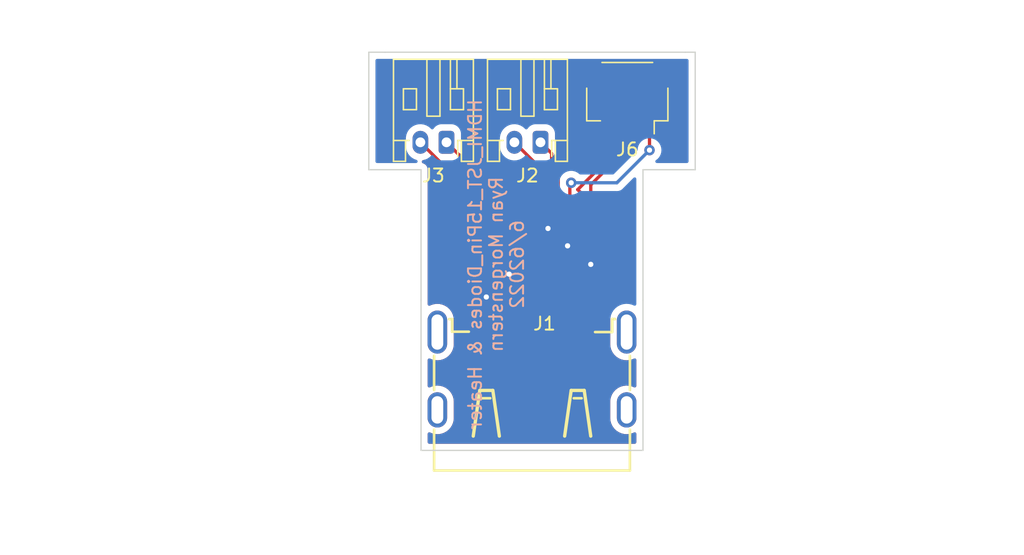
<source format=kicad_pcb>
(kicad_pcb (version 20211014) (generator pcbnew)
  (layers (0 "F.Cu" signal) (31 "B.Cu" signal) (34 "B.Paste" user) (35 "F.Paste" user) (36 "B.SilkS" user "B.Silkscreen") (37 "F.SilkS" user "F.Silkscreen") (38 "B.Mask" user) (39 "F.Mask" user) (44 "Edge.Cuts" user))
  (net 0 "")
  (net 1 "Net-(J1-Pad1)")
  (net 2 "GND")
  (net 3 "Net-(J1-Pad3)")
  (net 4 "Net-(J1-Pad4)")
  (net 5 "Net-(J1-Pad6)")
  (net 6 "Net-(J1-Pad7)")
  (net 7 "Net-(J1-Pad9)")
  (net 8 "Net-(J1-Pad10)")
  (net 9 "Net-(J1-Pad12)")
  (footprint "Connector_JST:JST_PH_S2B-PH-K_1x02_P2.00mm_Horizontal" (layer "F.Cu") (at -6.55 -17.1 180)
    (fp_text reference "J3" (at 1 -2.55) (layer "F.SilkS"))
    (fp_text value "Conn_01x02")
    (fp_line (start -0.86 0.14) (end -1.14 0.14) (layer "F.SilkS") (width 0.12))
    (fp_line (start -1.3 4.1) (end -0.3 4.1) (layer "F.SilkS") (width 0.12))
    (fp_line (start 1.5 2) (end 1.5 6.36) (layer "F.SilkS") (width 0.12))
    (fp_line (start -2.06 -1.46) (end -2.06 6.36) (layer "F.SilkS") (width 0.12))
    (fp_line (start -0.8 4.1) (end -0.8 6.36) (layer "F.SilkS") (width 0.12))
    (fp_line (start -0.3 4.1) (end -0.3 2.5) (layer "F.SilkS") (width 0.12))
    (fp_line (start 0.5 6.36) (end 0.5 2) (layer "F.SilkS") (width 0.12))
    (fp_line (start -2.06 0.14) (end -1.14 0.14) (layer "F.SilkS") (width 0.12))
    (fp_line (start -1.3 2.5) (end -1.3 4.1) (layer "F.SilkS") (width 0.12))
    (fp_line (start -2.06 6.36) (end 4.06 6.36) (layer "F.SilkS") (width 0.12))
    (fp_line (start 3.14 -1.46) (end 3.14 0.14) (layer "F.SilkS") (width 0.12))
    (fp_line (start 3.14 0.14) (end 2.86 0.14) (layer "F.SilkS") (width 0.12))
    (fp_line (start -1.14 0.14) (end -1.14 -1.46) (layer "F.SilkS") (width 0.12))
    (fp_line (start -0.3 2.5) (end -1.3 2.5) (layer "F.SilkS") (width 0.12))
    (fp_line (start 2.3 2.5) (end 3.3 2.5) (layer "F.SilkS") (width 0.12))
    (fp_line (start -0.3 4.1) (end -0.3 6.36) (layer "F.SilkS") (width 0.12))
    (fp_line (start 4.06 6.36) (end 4.06 -1.46) (layer "F.SilkS") (width 0.12))
    (fp_line (start 4.06 -1.46) (end 3.14 -1.46) (layer "F.SilkS") (width 0.12))
    (fp_line (start 0.5 2) (end 1.5 2) (layer "F.SilkS") (width 0.12))
    (fp_line (start 4.06 0.14) (end 3.14 0.14) (layer "F.SilkS") (width 0.12))
    (fp_line (start -1.14 -1.46) (end -2.06 -1.46) (layer "F.SilkS") (width 0.12))
    (fp_line (start 2.3 4.1) (end 2.3 2.5) (layer "F.SilkS") (width 0.12))
    (fp_line (start 3.3 2.5) (end 3.3 4.1) (layer "F.SilkS") (width 0.12))
    (fp_line (start -0.86 0.14) (end -0.86 -1.075) (layer "F.SilkS") (width 0.12))
    (fp_line (start 3.3 4.1) (end 2.3 4.1) (layer "F.SilkS") (width 0.12))
    (pad "1" thru_hole roundrect (at 0 0 180) (size 1.2 1.75) (drill 0.75) (layers *.Cu *.Mask) (roundrect_rratio 0.2083333333) (net 8 "Net-(J1-Pad10)"))
    (pad "2" thru_hole oval (at 2 0 180) (size 1.2 1.75) (drill 0.75) (layers *.Cu *.Mask) (net 9 "Net-(J1-Pad12)"))
  )
  (footprint "Connector_JST:JST_PH_S2B-PH-K_1x02_P2.00mm_Horizontal" (layer "F.Cu") (at 0.65 -17.1 180)
    (fp_text reference "J2" (at 1 -2.55) (layer "F.SilkS"))
    (fp_text value "Conn_01x02")
    (fp_line (start 2.3 4.1) (end 2.3 2.5) (layer "F.SilkS") (width 0.12))
    (fp_line (start 1.5 2) (end 1.5 6.36) (layer "F.SilkS") (width 0.12))
    (fp_line (start 4.06 -1.46) (end 3.14 -1.46) (layer "F.SilkS") (width 0.12))
    (fp_line (start 3.14 -1.46) (end 3.14 0.14) (layer "F.SilkS") (width 0.12))
    (fp_line (start 4.06 0.14) (end 3.14 0.14) (layer "F.SilkS") (width 0.12))
    (fp_line (start -0.3 2.5) (end -1.3 2.5) (layer "F.SilkS") (width 0.12))
    (fp_line (start -1.14 0.14) (end -1.14 -1.46) (layer "F.SilkS") (width 0.12))
    (fp_line (start 3.14 0.14) (end 2.86 0.14) (layer "F.SilkS") (width 0.12))
    (fp_line (start 3.3 4.1) (end 2.3 4.1) (layer "F.SilkS") (width 0.12))
    (fp_line (start -0.8 4.1) (end -0.8 6.36) (layer "F.SilkS") (width 0.12))
    (fp_line (start -0.3 4.1) (end -0.3 6.36) (layer "F.SilkS") (width 0.12))
    (fp_line (start -2.06 -1.46) (end -2.06 6.36) (layer "F.SilkS") (width 0.12))
    (fp_line (start 2.3 2.5) (end 3.3 2.5) (layer "F.SilkS") (width 0.12))
    (fp_line (start -0.86 0.14) (end -0.86 -1.075) (layer "F.SilkS") (width 0.12))
    (fp_line (start -2.06 6.36) (end 4.06 6.36) (layer "F.SilkS") (width 0.12))
    (fp_line (start -1.14 -1.46) (end -2.06 -1.46) (layer "F.SilkS") (width 0.12))
    (fp_line (start -1.3 2.5) (end -1.3 4.1) (layer "F.SilkS") (width 0.12))
    (fp_line (start 0.5 6.36) (end 0.5 2) (layer "F.SilkS") (width 0.12))
    (fp_line (start 0.5 2) (end 1.5 2) (layer "F.SilkS") (width 0.12))
    (fp_line (start 3.3 2.5) (end 3.3 4.1) (layer "F.SilkS") (width 0.12))
    (fp_line (start 4.06 6.36) (end 4.06 -1.46) (layer "F.SilkS") (width 0.12))
    (fp_line (start -0.86 0.14) (end -1.14 0.14) (layer "F.SilkS") (width 0.12))
    (fp_line (start -0.3 4.1) (end -0.3 2.5) (layer "F.SilkS") (width 0.12))
    (fp_line (start -1.3 4.1) (end -0.3 4.1) (layer "F.SilkS") (width 0.12))
    (fp_line (start -2.06 0.14) (end -1.14 0.14) (layer "F.SilkS") (width 0.12))
    (pad "1" thru_hole roundrect (at 0 0 180) (size 1.2 1.75) (drill 0.75) (layers *.Cu *.Mask) (roundrect_rratio 0.2083333333) (net 6 "Net-(J1-Pad7)"))
    (pad "2" thru_hole oval (at 2 0 180) (size 1.2 1.75) (drill 0.75) (layers *.Cu *.Mask) (net 7 "Net-(J1-Pad9)"))
  )
  (footprint "0_15Pin_FootprintsLib:HDMI-SMD_HDMI-019S" (layer "F.Cu") (at 0 0)
    (fp_text reference "J1" (at 0 -3.207) (layer "F.SilkS") (effects (justify left)))
    (fp_text value "HDMI_A")
    (fp_line (start -3 1.904) (end -4 1.904) (layer "F.SilkS") (width 0.254))
    (fp_line (start -7.5 1.875) (end -7.5 -0.743) (layer "F.SilkS") (width 0.2))
    (fp_line (start 6.08 -2.575) (end 6.145 -2.575) (layer "F.SilkS") (width 0.2))
    (fp_line (start 7.5 8.036) (end 7.5 4.917) (layer "F.SilkS") (width 0.2))
    (fp_line (start 6.08 -2.565) (end 6.08 -2.575) (layer "F.SilkS") (width 0.2))
    (fp_line (start 4.83 -2.565) (end 6.08 -2.565) (layer "F.SilkS") (width 0.2))
    (fp_line (start -7.5 8.036) (end -7.5 4.917) (layer "F.SilkS") (width 0.2))
    (fp_line (start 3.2 2.504) (end 3.8 2.504) (layer "F.SilkS") (width 0.2))
    (fp_line (start 4 1.904) (end 4.5 5.404) (layer "F.SilkS") (width 0.254))
    (fp_line (start 6.145 -3.563) (end 6.352 -3.563) (layer "F.SilkS") (width 0.2))
    (fp_line (start -3.2 2.504) (end -3.8 2.504) (layer "F.SilkS") (width 0.2))
    (fp_line (start -6.12 -2.592) (end -4.837 -2.592) (layer "F.SilkS") (width 0.2))
    (fp_line (start 3 1.904) (end 4 1.904) (layer "F.SilkS") (width 0.254))
    (fp_line (start 7.5 1.876) (end 7.5 -0.743) (layer "F.SilkS") (width 0.2))
    (fp_line (start 2.5 5.404) (end 3 1.904) (layer "F.SilkS") (width 0.254))
    (fp_line (start -6.12 -3.545) (end -6.12 -2.592) (layer "F.SilkS") (width 0.2))
    (fp_line (start -7.5 8.036) (end 7.5 8.036) (layer "F.SilkS") (width 0.2))
    (fp_line (start 6.352 -3.563) (end 6.352 -3.556) (layer "F.SilkS") (width 0.2))
    (fp_line (start 6.145 -2.575) (end 6.145 -3.563) (layer "F.SilkS") (width 0.2))
    (fp_line (start -6.107 -3.557) (end -6.107 -3.545) (layer "F.SilkS") (width 0.2))
    (fp_line (start -4 1.904) (end -4.5 5.404) (layer "F.SilkS") (width 0.254))
    (fp_line (start -6.107 -3.545) (end -6.12 -3.545) (layer "F.SilkS") (width 0.2))
    (fp_line (start -2.5 5.404) (end -3 1.904) (layer "F.SilkS") (width 0.254))
    (fp_line (start -6.35 -3.557) (end -6.107 -3.557) (layer "F.SilkS") (width 0.2))
    (pad "1" smd oval (at 4.501 -3.396) (size 0.25 2.4) (layers "F.Cu" "F.Paste" "F.Mask") (net 1 "Net-(J1-Pad1)"))
    (pad "2" smd oval (at 4.001 -3.396) (size 0.25 2.4) (layers "F.Cu" "F.Paste" "F.Mask") (net 2 "GND"))
    (pad "3" smd oval (at 3.501 -3.396) (size 0.25 2.4) (layers "F.Cu" "F.Paste" "F.Mask") (net 3 "Net-(J1-Pad3)"))
    (pad "4" smd oval (at 3.001 -3.396) (size 0.25 2.4) (layers "F.Cu" "F.Paste" "F.Mask") (net 4 "Net-(J1-Pad4)"))
    (pad "5" smd oval (at 2.5 -3.396) (size 0.25 2.4) (layers "F.Cu" "F.Paste" "F.Mask") (net 2 "GND"))
    (pad "6" smd oval (at 2 -3.396) (size 0.25 2.4) (layers "F.Cu" "F.Paste" "F.Mask") (net 5 "Net-(J1-Pad6)"))
    (pad "7" smd oval (at 1.5 -3.396) (size 0.25 2.4) (layers "F.Cu" "F.Paste" "F.Mask") (net 6 "Net-(J1-Pad7)"))
    (pad "8" smd oval (at 1 -3.396) (size 0.25 2.4) (layers "F.Cu" "F.Paste" "F.Mask") (net 2 "GND"))
    (pad "9" smd oval (at 0.5 -3.396) (size 0.25 2.4) (layers "F.Cu" "F.Paste" "F.Mask") (net 7 "Net-(J1-Pad9)"))
    (pad "10" smd oval (at 0 -3.396) (size 0.25 2.4) (layers "F.Cu" "F.Paste" "F.Mask") (net 8 "Net-(J1-Pad10)"))
    (pad "11" smd oval (at -0.5 -3.396) (size 0.25 2.4) (layers "F.Cu" "F.Paste" "F.Mask") (net 2 "GND"))
    (pad "12" smd oval (at -1 -3.396) (size 0.25 2.4) (layers "F.Cu" "F.Paste" "F.Mask") (net 9 "Net-(J1-Pad12)"))
    (pad "13" smd oval (at -1.5 -3.396) (size 0.25 2.4) (layers "F.Cu" "F.Paste" "F.Mask"))
    (pad "14" smd oval (at -2 -3.396) (size 0.25 2.4) (layers "F.Cu" "F.Paste" "F.Mask"))
    (pad "15" smd oval (at -2.5 -3.396) (size 0.25 2.4) (layers "F.Cu" "F.Paste" "F.Mask"))
    (pad "16" smd oval (at -3.001 -3.396) (size 0.25 2.4) (layers "F.Cu" "F.Paste" "F.Mask"))
    (pad "17" smd oval (at -3.501 -3.396) (size 0.25 2.4) (layers "F.Cu" "F.Paste" "F.Mask") (net 2 "GND"))
    (pad "18" smd oval (at -4.001 -3.396) (size 0.25 2.4) (layers "F.Cu" "F.Paste" "F.Mask"))
    (pad "19" smd oval (at -4.501 -3.396) (size 0.25 2.4) (layers "F.Cu" "F.Paste" "F.Mask"))
    (pad "20" thru_hole oval (at 7.25 3.396) (size 1.5 2.7) (drill oval 0.9 2.1) (layers *.Cu *.Mask))
    (pad "21" thru_hole oval (at -7.25 3.396) (size 1.5 2.7) (drill oval 0.9 2.1) (layers *.Cu *.Mask))
    (pad "22" thru_hole oval (at 7.25 -2.564) (size 1.5 3.3) (drill oval 0.9 2.7) (layers *.Cu *.Mask))
    (pad "23" thru_hole oval (at -7.25 -2.564) (size 1.5 3.3) (drill oval 0.9 2.7) (layers *.Cu *.Mask))
  )
  (footprint "Connector_JST:JST_SH_SM04B-SRSS-TB_1x04-1MP_P1.00mm_Horizontal" (layer "F.Cu") (at 7.3 -20.53 180)
    (fp_text reference "J6" (at 0 -3.98) (layer "F.SilkS"))
    (fp_text value "Conn_01x04")
    (fp_line (start -2.06 -1.785) (end -2.06 -2.775) (layer "F.SilkS") (width 0.12))
    (fp_line (start -1.94 2.685) (end 1.94 2.685) (layer "F.SilkS") (width 0.12))
    (fp_line (start 3.11 0.715) (end 3.11 -1.785) (layer "F.SilkS") (width 0.12))
    (fp_line (start 3.11 -1.785) (end 2.06 -1.785) (layer "F.SilkS") (width 0.12))
    (fp_line (start -3.11 0.715) (end -3.11 -1.785) (layer "F.SilkS") (width 0.12))
    (fp_line (start -3.11 -1.785) (end -2.06 -1.785) (layer "F.SilkS") (width 0.12))
    (pad "1" smd roundrect (at -1.5 -2 180) (size 0.6 1.55) (layers "F.Cu" "F.Paste" "F.Mask") (net 4 "Net-(J1-Pad4)"))
    (pad "2" smd roundrect (at -0.5 -2 180) (size 0.6 1.55) (layers "F.Cu" "F.Paste" "F.Mask") (net 1 "Net-(J1-Pad1)"))
    (pad "3" smd roundrect (at 0.5 -2 180) (size 0.6 1.55) (layers "F.Cu" "F.Paste" "F.Mask") (net 3 "Net-(J1-Pad3)"))
    (pad "4" smd roundrect (at 1.5 -2 180) (size 0.6 1.55) (layers "F.Cu" "F.Paste" "F.Mask") (net 5 "Net-(J1-Pad6)"))
    (pad "MP" smd roundrect (at 2.8 1.875 180) (size 1.2 1.8) (layers "F.Cu" "F.Paste" "F.Mask") (roundrect_rratio 0.2083333333))
    (pad "MP" smd roundrect (at -2.8 1.875 180) (size 1.2 1.8) (layers "F.Cu" "F.Paste" "F.Mask") (roundrect_rratio 0.2083333333))
  )
  (gr_line (start 12.5 -15) (end 12.5 -24) (layer "Edge.Cuts") (width 0.1))
  (gr_line (start -12.5 -24) (end -11.25 -24) (layer "Edge.Cuts") (width 0.1))
  (gr_line (start 12.5 -24) (end 11.75 -24) (layer "Edge.Cuts") (width 0.1))
  (gr_line (start -8.5 -5) (end -8.5 -15) (layer "Edge.Cuts") (width 0.1))
  (gr_line (start 11.75 -24) (end -11.25 -24) (layer "Edge.Cuts") (width 0.1))
  (gr_line (start -12.5 -15) (end -12.5 -24) (layer "Edge.Cuts") (width 0.1))
  (gr_line (start 8.5 6.5) (end -8.5 6.5) (layer "Edge.Cuts") (width 0.1))
  (gr_line (start -8.5 -5) (end -8.5 6.5) (layer "Edge.Cuts") (width 0.1))
  (gr_line (start 8.5 -5) (end 8.5 6.5) (layer "Edge.Cuts") (width 0.1))
  (gr_line (start 8.5 -15) (end 12.5 -15) (layer "Edge.Cuts") (width 0.1))
  (gr_line (start -8.5 -15) (end -12.5 -15) (layer "Edge.Cuts") (width 0.1))
  (gr_line (start 8.5 -5) (end 8.5 -15) (layer "Edge.Cuts") (width 0.1))
  (gr_text "HDMI_JST_15Pin_Diodes & Heater\nRyan Morgenstern\n6/62022" (at -2.75 -7.75 90) (layer "B.SilkS") (effects (font (size 1 1)) (justify mirror)))
  (segment (start 4.525614 -8.749) (end 5.224511 -8.050103) (width 0.25) (layer "F.Cu") (net 1))
  (segment (start 5.224511 -4.119511) (end 4.501 -3.396) (width 0.25) (layer "F.Cu") (net 1))
  (segment (start 4.501 -13.840668) (end 7.8 -17.139668) (width 0.25) (layer "F.Cu") (net 1))
  (segment (start 5.224511 -8.050103) (end 5.224511 -4.119511) (width 0.25) (layer "F.Cu") (net 1))
  (segment (start 4.501 -13.840668) (end 4.501 -8.749) (width 0.25) (layer "F.Cu") (net 1))
  (segment (start 7.8 -17.139668) (end 7.8 -18.53) (width 0.25) (layer "F.Cu") (net 1))
  (segment (start 4.501 -8.749) (end 4.525614 -8.749) (width 0.25) (layer "F.Cu") (net 1))
  (segment (start 4.001 -7.251) (end 4.001 -3.396) (width 0.25) (layer "F.Cu") (net 2))
  (segment (start 4.001 -7.251) (end 4.5 -7.75) (width 0.25) (layer "F.Cu") (net 2))
  (segment (start 1 -3.396) (end 1 -10.2755) (width 0.25) (layer "F.Cu") (net 2))
  (segment (start 1 -10.2755) (end 1.2245 -10.5) (width 0.25) (layer "F.Cu") (net 2))
  (segment (start -0.5 -3.396) (end -0.5 -5.75) (width 0.25) (layer "F.Cu") (net 2))
  (segment (start -3.501 -3.396) (end -3.501 -5.249) (width 0.25) (layer "F.Cu") (net 2))
  (segment (start -0.5 -5.75) (end -1.75 -7) (width 0.25) (layer "F.Cu") (net 2))
  (segment (start -3.501 -5.249) (end -3.5 -5.25) (width 0.25) (layer "F.Cu") (net 2))
  (segment (start 2.5 -8.945785) (end 2.7245 -9.170285) (width 0.25) (layer "F.Cu") (net 2))
  (segment (start 2.5 -3.396) (end 2.5 -8.945785) (width 0.25) (layer "F.Cu") (net 2))
  (via (at -1.75 -7) (size 0.8) (drill 0.4) (layers "F.Cu" "B.Cu") (net 2))
  (via (at 2.7245 -9.170285) (size 0.8) (drill 0.4) (layers "F.Cu" "B.Cu") (net 2))
  (via (at 1.2245 -10.5) (size 0.8) (drill 0.4) (layers "F.Cu" "B.Cu") (net 2))
  (via (at -3.5 -5.25) (size 0.8) (drill 0.4) (layers "F.Cu" "B.Cu") (net 2))
  (via (at 4.5 -7.75) (size 0.8) (drill 0.4) (layers "F.Cu" "B.Cu") (net 2))
  (segment (start 3.898531 -13.078855) (end 3.501 -13.476386) (width 0.25) (layer "F.Cu") (net 3))
  (segment (start 3.501 -8.286453) (end 3.898531 -8.683984) (width 0.25) (layer "F.Cu") (net 3))
  (segment (start 3.501 -13.476386) (end 6.8 -16.775386) (width 0.25) (layer "F.Cu") (net 3))
  (segment (start 6.8 -16.775386) (end 6.8 -18.53) (width 0.25) (layer "F.Cu") (net 3))
  (segment (start 3.898531 -8.683984) (end 3.898531 -13.078855) (width 0.25) (layer "F.Cu") (net 3))
  (segment (start 3.501 -3.396) (end 3.501 -8.286453) (width 0.25) (layer "F.Cu") (net 3))
  (segment (start 2.89904 -10.5) (end 2.89904 -13.89904) (width 0.25) (layer "F.Cu") (net 4))
  (segment (start 2.89904 -13.89904) (end 3 -14) (width 0.25) (layer "F.Cu") (net 4))
  (segment (start 3.001 -13.999) (end 3 -14) (width 0.25) (layer "F.Cu") (net 4))
  (segment (start 3.001 -3.396) (end 3.001 -8.422171) (width 0.25) (layer "F.Cu") (net 4))
  (segment (start 3.001 -8.422171) (end 3.449011 -8.870182) (width 0.25) (layer "F.Cu") (net 4))
  (segment (start 3.449011 -8.870182) (end 3.449011 -9.950029) (width 0.25) (layer "F.Cu") (net 4))
  (segment (start 9 -16.5) (end 9 -18.33) (width 0.25) (layer "F.Cu") (net 4))
  (segment (start 9 -18.33) (end 8.8 -18.53) (width 0.25) (layer "F.Cu") (net 4))
  (segment (start 3.449011 -9.950029) (end 2.89904 -10.5) (width 0.25) (layer "F.Cu") (net 4))
  (via (at 3 -14) (size 0.8) (drill 0.4) (layers "F.Cu" "B.Cu") (net 4))
  (via (at 9 -16.5) (size 0.8) (drill 0.4) (layers "F.Cu" "B.Cu") (net 4))
  (segment (start 6.5 -14) (end 9 -16.5) (width 0.25) (layer "B.Cu") (net 4))
  (segment (start 3 -14) (end 6.5 -14) (width 0.25) (layer "B.Cu") (net 4))
  (segment (start 2.01 -14.74) (end 5.8 -18.53) (width 0.25) (layer "F.Cu") (net 5))
  (segment (start 2.44952 -10.064688) (end 2.44952 -11) (width 0.25) (layer "F.Cu") (net 5))
  (segment (start 2.01 -11.43952) (end 2.01 -14.74) (width 0.25) (layer "F.Cu") (net 5))
  (segment (start 2 -14.73) (end 2.01 -14.74) (width 0.25) (layer "F.Cu") (net 5))
  (segment (start 2.44952 -11) (end 2.01 -11.43952) (width 0.25) (layer "F.Cu") (net 5))
  (segment (start 2 -3.396) (end 2 -9.615168) (width 0.25) (layer "F.Cu") (net 5))
  (segment (start 2 -9.615168) (end 2.44952 -10.064688) (width 0.25) (layer "F.Cu") (net 5))
  (segment (start 1.5 -9.749114) (end 1.5 -3.396) (width 0.25) (layer "F.Cu") (net 6))
  (segment (start 1.5 -16.25) (end 1.5 -11.249114) (width 0.25) (layer "F.Cu") (net 6))
  (segment (start 0.65 -17.1) (end 1.5 -16.25) (width 0.25) (layer "F.Cu") (net 6))
  (segment (start 2 -10.250886) (end 1.499114 -9.75) (width 0.25) (layer "F.Cu") (net 6))
  (segment (start 2 -10.749114) (end 2 -10.250886) (width 0.25) (layer "F.Cu") (net 6))
  (segment (start 1.499114 -9.75) (end 1.5 -9.749114) (width 0.25) (layer "F.Cu") (net 6))
  (segment (start 1.5 -11.249114) (end 2 -10.749114) (width 0.25) (layer "F.Cu") (net 6))
  (segment (start -1.35 -17.1) (end 0.5 -15.25) (width 0.25) (layer "F.Cu") (net 7))
  (segment (start 0.5 -3.396) (end 0.5 -15.25) (width 0.25) (layer "F.Cu") (net 7))
  (segment (start 0 -10.55) (end 0 -3.396) (width 0.25) (layer "F.Cu") (net 8))
  (segment (start -6.55 -17.1) (end 0 -10.55) (width 0.25) (layer "F.Cu") (net 8))
  (segment (start -2.474511 -7.300103) (end -2.474511 -6.131708) (width 0.25) (layer "F.Cu") (net 9))
  (segment (start -1 -9.55) (end -1 -8.774614) (width 0.25) (layer "F.Cu") (net 9))
  (segment (start -8.55 -17.1) (end -1 -9.55) (width 0.25) (layer "F.Cu") (net 9))
  (segment (start -1 -8.774614) (end -2.474511 -7.300103) (width 0.25) (layer "F.Cu") (net 9))
  (segment (start -1 -4.657197) (end -1 -3.396) (width 0.25) (layer "F.Cu") (net 9))
  (segment (start -2.474511 -6.131708) (end -1 -4.657197) (width 0.25) (layer "F.Cu") (net 9))
  (zone (net 2) (net_name "GND") (layer "F.Cu") (connect_pads (clearance 0.508)) (min_thickness 0.254) (fill yes (thermal_gap 0.508) (thermal_bridge_width 0.508))
    (polygon (pts (xy 37.689557 -27.808431) (xy 34 14.5) (xy -39 13.5) (xy -33 -28)))
  )
  (zone (net 2) (net_name "GND") (layer "B.Cu") (connect_pads (clearance 0.508)) (min_thickness 0.254) (fill yes (thermal_gap 0.508) (thermal_bridge_width 0.508))
    (polygon (pts (xy 37.5 -27) (xy 34 13.5) (xy -40.75 13.25) (xy -36 -28)))
  )
)
</source>
